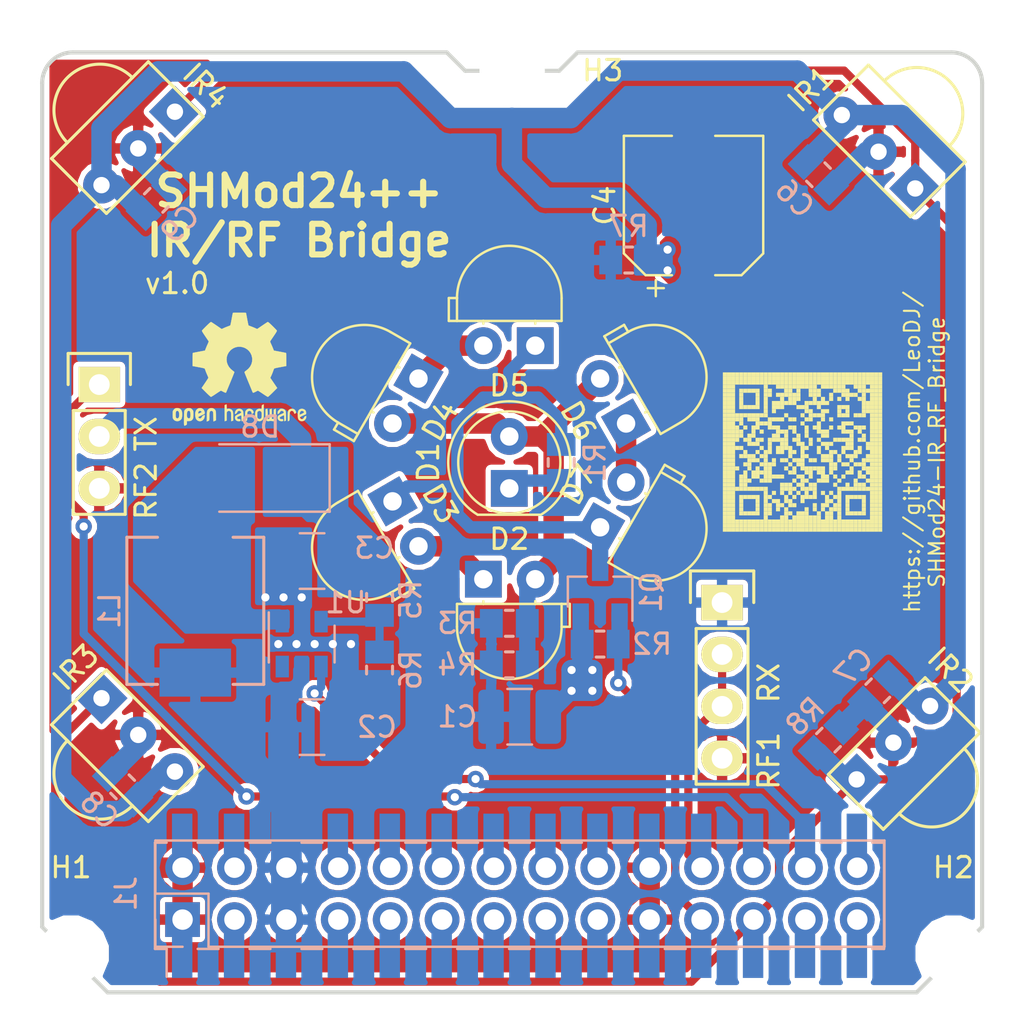
<source format=kicad_pcb>
(kicad_pcb (version 20171130) (host pcbnew "(5.0.2)-1")
  (layers (0 F.Cu signal) (31 B.Cu signal) (34 B.Paste user) (35 F.Paste user) (36 B.SilkS user) (37 F.SilkS user) (38 B.Mask user) (39 F.Mask user) (44 Edge.Cuts user))
  (net 0 "")
  (net 1 GND)
  (net 2 +5V)
  (net 3 VCC)
  (net 4 +3V3)
  (net 5 RX)
  (net 6 TX)
  (net 7 SDA)
  (net 8 SCL)
  (net 9 MISO)
  (net 10 MOSI)
  (net 11 CS)
  (net 12 SCK)
  (net 13 A1)
  (net 14 A0)
  (net 15 A3)
  (net 16 A2)
  (net 17 P03)
  (net 18 P02)
  (net 19 P05)
  (net 20 P04)
  (net 21 P07)
  (net 22 P06)
  (net 23 P10)
  (net 24 P09)
  (net 25 "Net-(D3-Pad1)")
  (net 26 "Net-(D1-Pad2)")
  (net 27 "Net-(D1-Pad1)")
  (net 28 "Net-(D6-Pad1)")
  (net 29 "Net-(D4-Pad1)")
  (net 30 "Net-(D2-Pad1)")
  (net 31 "Net-(U1-Pad6)")
  (net 32 +3V3-filt)
  (net 33 +12V)
  (net 34 "/Boost Converter/SW")
  (net 35 "/Boost Converter/FB")
  (module Symbol:OSHW-Logo2_7.3x6mm_SilkScreen (layer F.Cu) (at 9.652 15.494)
    (fp_text reference LOGO1 hide)
    (fp_text value Logo_Open_Hardware_Small hide)
  )
  (module LeoDJ-kicad:LED_D5.0mm_Horizontal_O1.27mm_Z9.0mm (layer F.Cu) (at 17.145 21.971 300)
    (fp_text reference D3 (at 1.27 -1.96 300) (layer F.SilkS))
    (fp_text value LED)
    (pad 1 thru_hole rect (at 0 0 300) (size 1.8 1.8) (drill 0.9) (layers *.Cu *.Mask) (net 25 "Net-(D3-Pad1)"))
    (pad 2 thru_hole circle (at 2.54 0 300) (size 1.8 1.8) (drill 0.9) (layers *.Cu *.Mask) (net 30 "Net-(D2-Pad1)"))
  )
  (module LeoDJ-kicad:LED_D5.0mm_Horizontal_O1.27mm_Z9.0mm (layer F.Cu) (at 18.415 15.961295 240)
    (fp_text reference D4 (at 1.27 -1.96 240) (layer F.SilkS))
    (fp_text value LED)
    (pad 2 thru_hole circle (at 2.54 0 240) (size 1.8 1.8) (drill 0.9) (layers *.Cu *.Mask) (net 26 "Net-(D1-Pad2)"))
    (pad 1 thru_hole rect (at 0 0 240) (size 1.8 1.8) (drill 0.9) (layers *.Cu *.Mask) (net 29 "Net-(D4-Pad1)"))
  )
  (module LeoDJ-kicad:LED_D5.0mm_Horizontal_O1.27mm_Z9.0mm (layer F.Cu) (at 24.13 14.351 180)
    (fp_text reference D5 (at 1.27 -1.96 180) (layer F.SilkS))
    (fp_text value LED)
    (pad 1 thru_hole rect (at 0 0 180) (size 1.8 1.8) (drill 0.9) (layers *.Cu *.Mask) (net 25 "Net-(D3-Pad1)"))
    (pad 2 thru_hole circle (at 2.54 0 180) (size 1.8 1.8) (drill 0.9) (layers *.Cu *.Mask) (net 29 "Net-(D4-Pad1)"))
  )
  (module LeoDJ-kicad:LED_D5.0mm_Horizontal_O1.27mm_Z9.0mm (layer F.Cu) (at 28.575 18.161 120)
    (fp_text reference D6 (at 1.27 -1.96 120) (layer F.SilkS))
    (fp_text value LED)
    (pad 2 thru_hole circle (at 2.54 0 120) (size 1.8 1.8) (drill 0.9) (layers *.Cu *.Mask) (net 26 "Net-(D1-Pad2)"))
    (pad 1 thru_hole rect (at 0 0 120) (size 1.8 1.8) (drill 0.9) (layers *.Cu *.Mask) (net 28 "Net-(D6-Pad1)"))
  )
  (module LeoDJ-kicad:LED_D5.0mm_Horizontal_O1.27mm_Z9.0mm (layer F.Cu) (at 27.305 23.241 60)
    (fp_text reference D7 (at 1.27 -1.96 60) (layer F.SilkS))
    (fp_text value LED)
    (pad 1 thru_hole rect (at 0 0 60) (size 1.8 1.8) (drill 0.9) (layers *.Cu *.Mask) (net 25 "Net-(D3-Pad1)"))
    (pad 2 thru_hole circle (at 2.54 0 60) (size 1.8 1.8) (drill 0.9) (layers *.Cu *.Mask) (net 28 "Net-(D6-Pad1)"))
  )
  (module LeoDJ-kicad:LED_D5.0mm_Horizontal_O1.27mm_Z9.0mm (layer F.Cu) (at 21.59 25.781)
    (fp_text reference D2 (at 1.27 -1.96) (layer F.SilkS))
    (fp_text value LED)
    (pad 1 thru_hole rect (at 0 0) (size 1.8 1.8) (drill 0.9) (layers *.Cu *.Mask) (net 30 "Net-(D2-Pad1)"))
    (pad 2 thru_hole circle (at 2.54 0) (size 1.8 1.8) (drill 0.9) (layers *.Cu *.Mask) (net 26 "Net-(D1-Pad2)"))
  )
  (module LeoDJ-kicad:QR_Code_SHMod24-IRRF (layer F.Cu) (at 37.211 19.558 90)
    (fp_text reference GR1 hide)
    (fp_text value "QR Code" hide)
  )
  (module MountingHole:MountingHole_3.2mm_M3 (layer F.Cu) (at 23 0.91)
    (fp_text reference H3 (at 4.432 -0.021) (layer F.SilkS))
    (fp_text value MountingHole)
    (pad 1 np_thru_hole circle (at 0 0) (size 3.2 3.2) (drill 3.2) (layers *.Cu *.Mask))
  )
  (module LeoDJ-kicad:R_0805_2012Metric (layer B.Cu) (at 38.481 33.655 45)
    (fp_text reference R8 (at 0 -1.616446 45) (layer B.SilkS) (effects (justify mirror)))
    (fp_text value 47k)
    (pad 1 smd rect (at -0.88 0 45) (size 1.12 1.4) (layers B.Cu B.Paste B.Mask) (net 19 P05))
    (pad 2 smd rect (at 0.88 0 45) (size 1.12 1.4) (layers B.Cu B.Paste B.Mask) (net 1 GND))
  )
  (module LeoDJ-kicad:C_0805_2012Metric (layer B.Cu) (at 40.894 31.242 225)
    (fp_text reference C7 (at 0 1.65 225) (layer B.SilkS) (effects (justify mirror)))
    (fp_text value 100n)
    (pad 2 smd rect (at 0.88 0 225) (size 1.12 1.4) (layers B.Cu B.Paste B.Mask) (net 1 GND))
    (pad 1 smd rect (at -0.88 0 225) (size 1.12 1.4) (layers B.Cu B.Paste B.Mask) (net 32 +3V3-filt))
  )
  (module LeoDJ-kicad:C_0805_2012Metric (layer B.Cu) (at 3.937 35.941 135)
    (fp_text reference C8 (at 0 -1.616446 135) (layer B.SilkS) (effects (justify mirror)))
    (fp_text value 100n)
    (pad 1 smd rect (at -0.88 0 135) (size 1.12 1.4) (layers B.Cu B.Paste B.Mask) (net 32 +3V3-filt))
    (pad 2 smd rect (at 0.88 0 135) (size 1.12 1.4) (layers B.Cu B.Paste B.Mask) (net 1 GND))
  )
  (module LeoDJ-kicad:C_0805_2012Metric (layer B.Cu) (at 5.588 7.239 45)
    (fp_text reference C9 (at 0 1.65 45) (layer B.SilkS) (effects (justify mirror)))
    (fp_text value 100n)
    (pad 2 smd rect (at 0.88 0 45) (size 1.12 1.4) (layers B.Cu B.Paste B.Mask) (net 1 GND))
    (pad 1 smd rect (at -0.88 0 45) (size 1.12 1.4) (layers B.Cu B.Paste B.Mask) (net 32 +3V3-filt))
  )
  (module LeoDJ-kicad:C_0805_2012Metric (layer B.Cu) (at 37.991051 5.987051 315)
    (fp_text reference C6 (at 0 1.65 315) (layer B.SilkS) (effects (justify mirror)))
    (fp_text value 100n)
    (pad 1 smd rect (at -0.88 0 315) (size 1.12 1.4) (layers B.Cu B.Paste B.Mask) (net 32 +3V3-filt))
    (pad 2 smd rect (at 0.88 0 315) (size 1.12 1.4) (layers B.Cu B.Paste B.Mask) (net 1 GND))
  )
  (module Capacitor_SMD:CP_Elec_6.3x5.8 (layer F.Cu) (at 31.877 7.493 90)
    (fp_text reference C4 (at 0 -4.35 90) (layer F.SilkS))
    (fp_text value 100u)
    (pad 2 smd roundrect (at 2.7 0 90) (size 3.5 1.6) (layers F.Cu F.Paste F.Mask) (roundrect_rratio 0.15625) (net 1 GND))
    (pad 1 smd roundrect (at -2.7 0 90) (size 3.5 1.6) (layers F.Cu F.Paste F.Mask) (roundrect_rratio 0.15625) (net 32 +3V3-filt))
  )
  (module Capacitor_SMD:C_1210_3225Metric (layer B.Cu) (at 13.208 33.02)
    (fp_text reference C2 (at 3.175 0) (layer B.SilkS) (effects (justify mirror)))
    (fp_text value 22u)
    (pad 2 smd roundrect (at 1.4 0) (size 1.25 2.65) (layers B.Cu B.Paste B.Mask) (roundrect_rratio 0.2) (net 1 GND))
    (pad 1 smd roundrect (at -1.4 0) (size 1.25 2.65) (layers B.Cu B.Paste B.Mask) (roundrect_rratio 0.2) (net 4 +3V3))
  )
  (module Capacitor_SMD:C_1210_3225Metric (layer B.Cu) (at 13.208 24.892 180)
    (fp_text reference C3 (at -3.048 0.635 180) (layer B.SilkS) (effects (justify mirror)))
    (fp_text value 22u)
    (pad 1 smd roundrect (at -1.4 0 180) (size 1.25 2.65) (layers B.Cu B.Paste B.Mask) (roundrect_rratio 0.2) (net 33 +12V))
    (pad 2 smd roundrect (at 1.4 0 180) (size 1.25 2.65) (layers B.Cu B.Paste B.Mask) (roundrect_rratio 0.2) (net 1 GND))
  )
  (module Diode_SMD:D_SMA (layer B.Cu) (at 10.668 20.828 180)
    (fp_text reference D8 (at 0 2.5 180) (layer B.SilkS) (effects (justify mirror)))
    (fp_text value D)
    (pad 1 smd rect (at -2 0 180) (size 2.5 1.8) (layers B.Cu B.Paste B.Mask) (net 33 +12V))
    (pad 2 smd rect (at 2 0 180) (size 2.5 1.8) (layers B.Cu B.Paste B.Mask) (net 34 "/Boost Converter/SW"))
  )
  (module LeoDJ-kicad:L_0630 (layer B.Cu) (at 7.493 27.328 90)
    (fp_text reference L1 (at 0 -4.193 90) (layer B.SilkS) (effects (justify mirror)))
    (fp_text value 4u7)
    (pad 2 smd rect (at 3.025 0 90) (size 2.35 3.5) (layers B.Cu B.Paste B.Mask) (net 34 "/Boost Converter/SW"))
    (pad 1 smd rect (at -3.025 0 90) (size 2.35 3.5) (layers B.Cu B.Paste B.Mask) (net 4 +3V3))
  )
  (module LeoDJ-kicad:R_0805_2012Metric (layer B.Cu) (at 28.702 10.16 180)
    (fp_text reference R7 (at 0 1.65 180) (layer B.SilkS) (effects (justify mirror)))
    (fp_text value 100)
    (pad 1 smd rect (at -0.88 0 180) (size 1.12 1.4) (layers B.Cu B.Paste B.Mask) (net 32 +3V3-filt))
    (pad 2 smd rect (at 0.88 0 180) (size 1.12 1.4) (layers B.Cu B.Paste B.Mask) (net 4 +3V3))
  )
  (module LeoDJ-kicad:R_0805_2012Metric (layer B.Cu) (at 16.51 26.67 270)
    (fp_text reference R5 (at 0.127 -1.524 270) (layer B.SilkS) (effects (justify mirror)))
    (fp_text value 180k)
    (pad 2 smd rect (at 0.88 0 270) (size 1.12 1.4) (layers B.Cu B.Paste B.Mask) (net 35 "/Boost Converter/FB"))
    (pad 1 smd rect (at -0.88 0 270) (size 1.12 1.4) (layers B.Cu B.Paste B.Mask) (net 33 +12V))
  )
  (module LeoDJ-kicad:R_0805_2012Metric (layer B.Cu) (at 16.51 30.226 270)
    (fp_text reference R6 (at 0 -1.524 270) (layer B.SilkS) (effects (justify mirror)))
    (fp_text value 10k)
    (pad 1 smd rect (at -0.88 0 270) (size 1.12 1.4) (layers B.Cu B.Paste B.Mask) (net 35 "/Boost Converter/FB"))
    (pad 2 smd rect (at 0.88 0 270) (size 1.12 1.4) (layers B.Cu B.Paste B.Mask) (net 1 GND))
  )
  (module Package_TO_SOT_SMD:SOT-23-6 (layer B.Cu) (at 12.7 28.956 270)
    (fp_text reference U1 (at -2.032 -2.159) (layer B.SilkS) (effects (justify mirror)))
    (fp_text value MT3608)
    (pad 1 smd rect (at -1.1 0.95 270) (size 1.06 0.65) (layers B.Cu B.Paste B.Mask) (net 34 "/Boost Converter/SW"))
    (pad 2 smd rect (at -1.1 0 270) (size 1.06 0.65) (layers B.Cu B.Paste B.Mask) (net 1 GND))
    (pad 3 smd rect (at -1.1 -0.95 270) (size 1.06 0.65) (layers B.Cu B.Paste B.Mask) (net 35 "/Boost Converter/FB"))
    (pad 4 smd rect (at 1.1 -0.95 270) (size 1.06 0.65) (layers B.Cu B.Paste B.Mask) (net 22 P06))
    (pad 6 smd rect (at 1.1 0.95 270) (size 1.06 0.65) (layers B.Cu B.Paste B.Mask) (net 31 "Net-(U1-Pad6)"))
    (pad 5 smd rect (at 1.1 0 270) (size 1.06 0.65) (layers B.Cu B.Paste B.Mask) (net 4 +3V3))
  )
  (module LeoDJ-kicad:RF_Receiver_433_MHz (layer F.Cu) (at 33.298229 31.984707 270)
    (fp_text reference RF1 (at 2.686293 -2.261771 270) (layer F.SilkS))
    (fp_text value RF_Receiver_433_MHz)
    (pad 1 thru_hole rect (at -5.060707 0.024229) (size 2.032 1.7272) (drill 1.016) (layers *.Cu *.Mask F.SilkS) (net 4 +3V3))
    (pad 2 thru_hole oval (at -2.520707 0.024229) (size 2.032 1.7272) (drill 1.016) (layers *.Cu *.Mask F.SilkS) (net 18 P02))
    (pad 3 thru_hole oval (at 0.019293 0.024229) (size 2.032 1.7272) (drill 1.016) (layers *.Cu *.Mask F.SilkS) (net 18 P02))
    (pad 4 thru_hole oval (at 2.559293 0.024229) (size 2.032 1.7272) (drill 1.016) (layers *.Cu *.Mask F.SilkS) (net 1 GND))
  )
  (module LeoDJ-kicad:RF_Transmitter_433_MHz (layer F.Cu) (at 2.794 18.796 270)
    (fp_text reference RF2 (at 2.667 -2.286 270) (layer F.SilkS))
    (fp_text value RF_Transmitter_433_MHz)
    (pad 1 thru_hole rect (at -2.54 0) (size 2.032 1.7272) (drill 1.016) (layers *.Cu *.Mask F.SilkS) (net 20 P04))
    (pad 2 thru_hole oval (at 0 0) (size 2.032 1.7272) (drill 1.016) (layers *.Cu *.Mask F.SilkS) (net 33 +12V))
    (pad 3 thru_hole oval (at 2.54 0) (size 2.032 1.7272) (drill 1.016) (layers *.Cu *.Mask F.SilkS) (net 1 GND))
  )
  (module LeoDJ-kicad:VS1838b (layer F.Cu) (at 41.656 33.782 135)
    (fp_text reference IR2 (at 0.538815 4.490128 135) (layer F.SilkS))
    (fp_text value VS1838b)
    (pad 1 thru_hole rect (at 0 -2.54 135) (size 1.8 1.8) (drill 0.8) (layers *.Cu *.Mask) (net 19 P05))
    (pad 2 thru_hole circle (at 0 0 135) (size 1.8 1.8) (drill 0.8) (layers *.Cu *.Mask) (net 1 GND))
    (pad 3 thru_hole circle (at 0 2.54 135) (size 1.8 1.8) (drill 0.8) (layers *.Cu *.Mask) (net 32 +3V3-filt))
  )
  (module LeoDJ-kicad:VS1838b (layer F.Cu) (at 4.699 33.401 45)
    (fp_text reference IR3 (at 0.179605 -4.490128 45) (layer F.SilkS))
    (fp_text value VS1838b)
    (pad 3 thru_hole circle (at 0 2.54 45) (size 1.8 1.8) (drill 0.8) (layers *.Cu *.Mask) (net 32 +3V3-filt))
    (pad 2 thru_hole circle (at 0 0 45) (size 1.8 1.8) (drill 0.8) (layers *.Cu *.Mask) (net 1 GND))
    (pad 1 thru_hole rect (at 0 -2.54 45) (size 1.8 1.8) (drill 0.8) (layers *.Cu *.Mask) (net 19 P05))
  )
  (module LeoDJ-kicad:VS1838b (layer F.Cu) (at 4.699 4.699 315)
    (fp_text reference IR4 (at 0.179605 -4.490128 315) (layer F.SilkS))
    (fp_text value VS1838b)
    (pad 1 thru_hole rect (at 0 -2.54 315) (size 1.8 1.8) (drill 0.8) (layers *.Cu *.Mask) (net 19 P05))
    (pad 2 thru_hole circle (at 0 0 315) (size 1.8 1.8) (drill 0.8) (layers *.Cu *.Mask) (net 1 GND))
    (pad 3 thru_hole circle (at 0 2.54 315) (size 1.8 1.8) (drill 0.8) (layers *.Cu *.Mask) (net 32 +3V3-filt))
  )
  (module LeoDJ-kicad:VS1838b (layer F.Cu) (at 40.930102 4.862102 225)
    (fp_text reference IR1 (at 0.179605 4.515656 225) (layer F.SilkS))
    (fp_text value VS1838b)
    (pad 1 thru_hole rect (at 0 -2.54 225) (size 1.8 1.8) (drill 0.8) (layers *.Cu *.Mask) (net 19 P05))
    (pad 2 thru_hole circle (at 0 0 225) (size 1.8 1.8) (drill 0.8) (layers *.Cu *.Mask) (net 1 GND))
    (pad 3 thru_hole circle (at 0 2.54 225) (size 1.8 1.8) (drill 0.8) (layers *.Cu *.Mask) (net 32 +3V3-filt))
  )
  (module Capacitor_SMD:C_1210_3225Metric (layer B.Cu) (at 23.368 32.512)
    (fp_text reference C1 (at -3.048 0) (layer B.SilkS) (effects (justify mirror)))
    (fp_text value 22u)
    (pad 1 smd roundrect (at -1.4 0) (size 1.25 2.65) (layers B.Cu B.Paste B.Mask) (roundrect_rratio 0.2) (net 4 +3V3))
    (pad 2 smd roundrect (at 1.4 0) (size 1.25 2.65) (layers B.Cu B.Paste B.Mask) (roundrect_rratio 0.2) (net 1 GND))
  )
  (module LED_THT:LED_D5.0mm_IRBlack (layer F.Cu) (at 22.86 21.336 90)
    (fp_text reference D1 (at 1.27 -3.96 90) (layer F.SilkS))
    (fp_text value LED)
    (pad 1 thru_hole rect (at 0 0 90) (size 1.8 1.8) (drill 0.9) (layers *.Cu *.Mask) (net 27 "Net-(D1-Pad1)"))
    (pad 2 thru_hole circle (at 2.54 0 90) (size 1.8 1.8) (drill 0.9) (layers *.Cu *.Mask) (net 26 "Net-(D1-Pad2)"))
  )
  (module LeoDJ-kicad:R_0805_2012Metric (layer B.Cu) (at 25.4 20.066 90)
    (fp_text reference R1 (at 0 1.65 90) (layer B.SilkS) (effects (justify mirror)))
    (fp_text value R)
    (pad 2 smd rect (at 0.88 0 90) (size 1.12 1.4) (layers B.Cu B.Paste B.Mask) (net 25 "Net-(D3-Pad1)"))
    (pad 1 smd rect (at -0.88 0 90) (size 1.12 1.4) (layers B.Cu B.Paste B.Mask) (net 27 "Net-(D1-Pad1)"))
  )
  (module LeoDJ-kicad:R_0805_2012Metric (layer B.Cu) (at 27.305 28.956 180)
    (fp_text reference R2 (at -2.54 0 180) (layer B.SilkS) (effects (justify mirror)))
    (fp_text value 10k)
    (pad 1 smd rect (at -0.88 0 180) (size 1.12 1.4) (layers B.Cu B.Paste B.Mask) (net 17 P03))
    (pad 2 smd rect (at 0.88 0 180) (size 1.12 1.4) (layers B.Cu B.Paste B.Mask) (net 1 GND))
  )
  (module LeoDJ-kicad:R_0805_2012Metric (layer B.Cu) (at 22.86 27.94)
    (fp_text reference R3 (at -2.54 0) (layer B.SilkS) (effects (justify mirror)))
    (fp_text value 2)
    (pad 2 smd rect (at 0.88 0) (size 1.12 1.4) (layers B.Cu B.Paste B.Mask) (net 26 "Net-(D1-Pad2)"))
    (pad 1 smd rect (at -0.88 0) (size 1.12 1.4) (layers B.Cu B.Paste B.Mask) (net 4 +3V3))
  )
  (module LeoDJ-kicad:R_0805_2012Metric (layer B.Cu) (at 22.86 29.972)
    (fp_text reference R4 (at -2.54 0) (layer B.SilkS) (effects (justify mirror)))
    (fp_text value 2)
    (pad 1 smd rect (at -0.88 0) (size 1.12 1.4) (layers B.Cu B.Paste B.Mask) (net 4 +3V3))
    (pad 2 smd rect (at 0.88 0) (size 1.12 1.4) (layers B.Cu B.Paste B.Mask) (net 26 "Net-(D1-Pad2)"))
  )
  (module Package_TO_SOT_SMD:SOT-23 (layer B.Cu) (at 27.305 26.416 90)
    (fp_text reference Q1 (at 0 2.5 90) (layer B.SilkS) (effects (justify mirror)))
    (fp_text value AO3400A)
    (pad 1 smd rect (at -1 0.95 90) (size 0.9 0.8) (layers B.Cu B.Paste B.Mask) (net 17 P03))
    (pad 2 smd rect (at -1 -0.95 90) (size 0.9 0.8) (layers B.Cu B.Paste B.Mask) (net 1 GND))
    (pad 3 smd rect (at 1 0 90) (size 0.9 0.8) (layers B.Cu B.Paste B.Mask) (net 25 "Net-(D3-Pad1)"))
  )
  (module Connector_PinSocket_2.54mm:PinSocket_2x14_P2.54mm_Vertical_SMD (layer B.Cu) (at 23.36 41.275 270)
    (fp_text reference J2 hide)
    (fp_text value Conn_02x14_Odd_Even)
    (pad 28 smd rect (at -2.52 -16.51 270) (size 3 1) (layers B.Cu B.Paste B.Mask) (net 24 P09))
    (pad 27 smd rect (at 2.52 -16.51 270) (size 3 1) (layers B.Cu B.Paste B.Mask) (net 23 P10))
    (pad 26 smd rect (at -2.52 -13.97 270) (size 3 1) (layers B.Cu B.Paste B.Mask) (net 22 P06))
    (pad 25 smd rect (at 2.52 -13.97 270) (size 3 1) (layers B.Cu B.Paste B.Mask) (net 21 P07))
    (pad 24 smd rect (at -2.52 -11.43 270) (size 3 1) (layers B.Cu B.Paste B.Mask) (net 20 P04))
    (pad 23 smd rect (at 2.52 -11.43 270) (size 3 1) (layers B.Cu B.Paste B.Mask) (net 19 P05))
    (pad 22 smd rect (at -2.52 -8.89 270) (size 3 1) (layers B.Cu B.Paste B.Mask) (net 18 P02))
    (pad 21 smd rect (at 2.52 -8.89 270) (size 3 1) (layers B.Cu B.Paste B.Mask) (net 17 P03))
    (pad 20 smd rect (at -2.52 -6.35 270) (size 3 1) (layers B.Cu B.Paste B.Mask) (net 1 GND))
    (pad 19 smd rect (at 2.52 -6.35 270) (size 3 1) (layers B.Cu B.Paste B.Mask) (net 1 GND))
    (pad 18 smd rect (at -2.52 -3.81 270) (size 3 1) (layers B.Cu B.Paste B.Mask) (net 16 A2))
    (pad 17 smd rect (at 2.52 -3.81 270) (size 3 1) (layers B.Cu B.Paste B.Mask) (net 15 A3))
    (pad 16 smd rect (at -2.52 -1.27 270) (size 3 1) (layers B.Cu B.Paste B.Mask) (net 14 A0))
    (pad 15 smd rect (at 2.52 -1.27 270) (size 3 1) (layers B.Cu B.Paste B.Mask) (net 13 A1))
    (pad 14 smd rect (at -2.52 1.27 270) (size 3 1) (layers B.Cu B.Paste B.Mask) (net 12 SCK))
    (pad 13 smd rect (at 2.52 1.27 270) (size 3 1) (layers B.Cu B.Paste B.Mask) (net 11 CS))
    (pad 12 smd rect (at -2.52 3.81 270) (size 3 1) (layers B.Cu B.Paste B.Mask) (net 10 MOSI))
    (pad 11 smd rect (at 2.52 3.81 270) (size 3 1) (layers B.Cu B.Paste B.Mask) (net 9 MISO))
    (pad 10 smd rect (at -2.52 6.35 270) (size 3 1) (layers B.Cu B.Paste B.Mask) (net 8 SCL))
    (pad 9 smd rect (at 2.52 6.35 270) (size 3 1) (layers B.Cu B.Paste B.Mask) (net 7 SDA))
    (pad 8 smd rect (at -2.52 8.89 270) (size 3 1) (layers B.Cu B.Paste B.Mask) (net 6 TX))
    (pad 7 smd rect (at 2.52 8.89 270) (size 3 1) (layers B.Cu B.Paste B.Mask) (net 5 RX))
    (pad 6 smd rect (at -2.52 11.43 270) (size 3 1) (layers B.Cu B.Paste B.Mask) (net 4 +3V3))
    (pad 5 smd rect (at 2.52 11.43 270) (size 3 1) (layers B.Cu B.Paste B.Mask) (net 4 +3V3))
    (pad 4 smd rect (at -2.52 13.97 270) (size 3 1) (layers B.Cu B.Paste B.Mask) (net 3 VCC))
    (pad 3 smd rect (at 2.52 13.97 270) (size 3 1) (layers B.Cu B.Paste B.Mask) (net 2 +5V))
    (pad 2 smd rect (at -2.52 16.51 270) (size 3 1) (layers B.Cu B.Paste B.Mask) (net 1 GND))
    (pad 1 smd rect (at 2.52 16.51 270) (size 3 1) (layers B.Cu B.Paste B.Mask) (net 1 GND))
  )
  (module LeoDJ-kicad:PinSocket_2x14_P2.54mm_Vertical (layer B.Cu) (at 23.38 41.17 270)
    (fp_text reference J1 (at 0 19.28 270) (layer B.SilkS) (effects (justify mirror)))
    (fp_text value Conn_02x14_Odd_Even)
    (pad 28 thru_hole oval (at -1.27 -16.51 270) (size 1.7 1.7) (drill 1) (layers *.Cu *.Mask) (net 24 P09))
    (pad 27 thru_hole oval (at 1.27 -16.51 270) (size 1.7 1.7) (drill 1) (layers *.Cu *.Mask) (net 23 P10))
    (pad 26 thru_hole oval (at -1.27 -13.97 270) (size 1.7 1.7) (drill 1) (layers *.Cu *.Mask) (net 22 P06))
    (pad 25 thru_hole oval (at 1.27 -13.97 270) (size 1.7 1.7) (drill 1) (layers *.Cu *.Mask) (net 21 P07))
    (pad 24 thru_hole oval (at -1.27 -11.43 270) (size 1.7 1.7) (drill 1) (layers *.Cu *.Mask) (net 20 P04))
    (pad 23 thru_hole oval (at 1.27 -11.43 270) (size 1.7 1.7) (drill 1) (layers *.Cu *.Mask) (net 19 P05))
    (pad 22 thru_hole oval (at -1.27 -8.89 270) (size 1.7 1.7) (drill 1) (layers *.Cu *.Mask) (net 18 P02))
    (pad 21 thru_hole oval (at 1.27 -8.89 270) (size 1.7 1.7) (drill 1) (layers *.Cu *.Mask) (net 17 P03))
    (pad 20 thru_hole oval (at -1.27 -6.35 270) (size 1.7 1.7) (drill 1) (layers *.Cu *.Mask) (net 1 GND))
    (pad 19 thru_hole oval (at 1.27 -6.35 270) (size 1.7 1.7) (drill 1) (layers *.Cu *.Mask) (net 1 GND))
    (pad 18 thru_hole oval (at -1.27 -3.81 270) (size 1.7 1.7) (drill 1) (layers *.Cu *.Mask) (net 16 A2))
    (pad 17 thru_hole oval (at 1.27 -3.81 270) (size 1.7 1.7) (drill 1) (layers *.Cu *.Mask) (net 15 A3))
    (pad 16 thru_hole oval (at -1.27 -1.27 270) (size 1.7 1.7) (drill 1) (layers *.Cu *.Mask) (net 14 A0))
    (pad 15 thru_hole oval (at 1.27 -1.27 270) (size 1.7 1.7) (drill 1) (layers *.Cu *.Mask) (net 13 A1))
    (pad 14 thru_hole oval (at -1.27 1.27 270) (size 1.7 1.7) (drill 1) (layers *.Cu *.Mask) (net 12 SCK))
    (pad 13 thru_hole oval (at 1.27 1.27 270) (size 1.7 1.7) (drill 1) (layers *.Cu *.Mask) (net 11 CS))
    (pad 12 thru_hole oval (at -1.27 3.81 270) (size 1.7 1.7) (drill 1) (layers *.Cu *.Mask) (net 10 MOSI))
    (pad 11 thru_hole oval (at 1.27 3.81 270) (size 1.7 1.7) (drill 1) (layers *.Cu *.Mask) (net 9 MISO))
    (pad 10 thru_hole oval (at -1.27 6.35 270) (size 1.7 1.7) (drill 1) (layers *.Cu *.Mask) (net 8 SCL))
    (pad 9 thru_hole oval (at 1.27 6.35 270) (size 1.7 1.7) (drill 1) (layers *.Cu *.Mask) (net 7 SDA))
    (pad 8 thru_hole oval (at -1.27 8.89 270) (size 1.7 1.7) (drill 1) (layers *.Cu *.Mask) (net 6 TX))
    (pad 7 thru_hole oval (at 1.27 8.89 270) (size 1.7 1.7) (drill 1) (layers *.Cu *.Mask) (net 5 RX))
    (pad 6 thru_hole oval (at -1.27 11.43 270) (size 1.7 1.7) (drill 1) (layers *.Cu *.Mask) (net 4 +3V3))
    (pad 5 thru_hole oval (at 1.27 11.43 270) (size 1.7 1.7) (drill 1) (layers *.Cu *.Mask) (net 4 +3V3))
    (pad 4 thru_hole oval (at -1.27 13.97 270) (size 1.7 1.7) (drill 1) (layers *.Cu *.Mask) (net 3 VCC))
    (pad 3 thru_hole oval (at 1.27 13.97 270) (size 1.7 1.7) (drill 1) (layers *.Cu *.Mask) (net 2 +5V))
    (pad 2 thru_hole oval (at -1.27 16.51 270) (size 1.7 1.7) (drill 1) (layers *.Cu *.Mask) (net 1 GND))
    (pad 1 thru_hole rect (at 1.27 16.51 270) (size 1.7 1.7) (drill 1) (layers *.Cu *.Mask) (net 1 GND))
  )
  (module MountingHole:MountingHole_3.2mm_M3 (layer F.Cu) (at 44.59 44.09)
    (fp_text reference H2 (at 0 -4.2) (layer F.SilkS))
    (fp_text value MountingHole)
    (pad 1 np_thru_hole circle (at 0 0) (size 3.2 3.2) (drill 3.2) (layers *.Cu *.Mask))
  )
  (module MountingHole:MountingHole_3.2mm_M3 (layer F.Cu) (at 1.41 44.09)
    (fp_text reference H1 (at 0 -4.2) (layer F.SilkS))
    (fp_text value MountingHole)
    (pad 1 np_thru_hole circle (at 0 0) (size 3.2 3.2) (drill 3.2) (layers *.Cu *.Mask))
  )
  (gr_arc (start 44.5 1.5) (end 46 1.5) (angle -90) (layer Edge.Cuts) (width 0.2))
  (gr_arc (start 1.5 1.5) (end 1.5 0) (angle -90) (layer Edge.Cuts) (width 0.2))
  (gr_text "https://github.com/LeoDJ/\nSHMod24-IR_RF_Bridge" (at 43.18 19.558 90) (layer F.SilkS) (effects (font (size 0.75 0.75) (thickness 0.1))))
  (gr_text v1.0 (at 6.604 11.303) (layer F.SilkS) (effects (font (size 1 1))))
  (gr_text "SHMod24++\nIR/RF Bridge" (at 12.573 8.001) (layer F.SilkS) (effects (font (size 1.5 1.5) (thickness 0.3))))
  (gr_text RX (at 35.56 30.861 90) (layer F.SilkS) (effects (font (size 1 1))))
  (gr_text TX (at 5.08 18.669 90) (layer F.SilkS) (effects (font (size 1 1))))
  (gr_line (start 26.2 0) (end 44.5 0) (layer Edge.Cuts) (width 0.2))
  (gr_line (start 19.8 0) (end 20.7 0.9) (layer Edge.Cuts) (width 0.2))
  (gr_line (start 25.3 0.9) (end 26.2 0) (layer Edge.Cuts) (width 0.2))
  (gr_line (start 20.7 0.9) (end 25.3 0.9) (layer Edge.Cuts) (width 0.2))
  (gr_line (start 46 42.8) (end 42.8 46) (layer Edge.Cuts) (width 0.2))
  (gr_line (start 0 42.8) (end 0 1.5) (layer Edge.Cuts) (width 0.2))
  (gr_line (start 3.2 46) (end 0 42.8) (layer Edge.Cuts) (width 0.2))
  (gr_line (start 42.8 46) (end 3.2 46) (layer Edge.Cuts) (width 0.2))
  (gr_line (start 46 1.5) (end 46 42.8) (layer Edge.Cuts) (width 0.2))
  (gr_line (start 1.5 0) (end 19.8 0) (layer Edge.Cuts) (width 0.2))
  (segment (start 26.355 28.886) (end 26.425 28.956) (width 0.8) (layer B.Cu) (net 1))
  (segment (start 26.355 27.416) (end 26.355 28.886) (width 0.8) (layer B.Cu) (net 1))
  (via (at 25.908 30.226) (size 0.8) (drill 0.4) (layers F.Cu B.Cu) (net 1))
  (via (at 26.924 30.226) (size 0.8) (drill 0.4) (layers F.Cu B.Cu) (net 1))
  (via (at 25.908 31.242) (size 0.8) (drill 0.4) (layers F.Cu B.Cu) (net 1))
  (via (at 26.924 31.242) (size 0.8) (drill 0.4) (layers F.Cu B.Cu) (net 1))
  (segment (start 25.908 31.242) (end 25.908 30.226) (width 1) (layer B.Cu) (net 1))
  (segment (start 26.924 31.242) (end 26.924 30.226) (width 1) (layer B.Cu) (net 1))
  (segment (start 26.425 30.217) (end 26.416 30.226) (width 1) (layer B.Cu) (net 1))
  (segment (start 26.425 28.956) (end 26.425 30.217) (width 1) (layer B.Cu) (net 1))
  (segment (start 26.924 30.226) (end 26.416 30.226) (width 1) (layer B.Cu) (net 1))
  (segment (start 26.416 30.226) (end 25.908 30.226) (width 1) (layer B.Cu) (net 1))
  (segment (start 25.908 31.242) (end 26.924 31.242) (width 1) (layer B.Cu) (net 1))
  (segment (start 24.768 32.382) (end 25.908 31.242) (width 0.8) (layer B.Cu) (net 1))
  (segment (start 24.768 32.512) (end 24.768 32.382) (width 0.8) (layer B.Cu) (net 1))
  (via (at 11.557 28.956) (size 0.7) (drill 0.4) (layers F.Cu B.Cu) (net 1))
  (via (at 12.446 28.956) (size 0.7) (drill 0.4) (layers F.Cu B.Cu) (net 1))
  (via (at 13.335 28.956) (size 0.7) (drill 0.4) (layers F.Cu B.Cu) (net 1))
  (via (at 14.224 28.956) (size 0.7) (drill 0.4) (layers F.Cu B.Cu) (net 1))
  (via (at 15.113 28.956) (size 0.8) (drill 0.4) (layers F.Cu B.Cu) (net 1))
  (via (at 12.7 26.67) (size 0.8) (drill 0.4) (layers F.Cu B.Cu) (net 1))
  (via (at 11.811 26.67) (size 0.8) (drill 0.4) (layers F.Cu B.Cu) (net 1))
  (via (at 10.922 26.67) (size 0.8) (drill 0.4) (layers F.Cu B.Cu) (net 1))
  (segment (start 29.73 42.44) (end 29.73 39.9) (width 1) (layer F.Cu) (net 1))
  (segment (start 29.73 38.239) (end 27.813 36.322) (width 1) (layer F.Cu) (net 1))
  (segment (start 29.73 39.9) (end 29.73 38.239) (width 1) (layer F.Cu) (net 1))
  (segment (start 6.87 42.44) (end 6.87 39.9) (width 1) (layer F.Cu) (net 1))
  (segment (start 6.87 38.697919) (end 6.858 38.685919) (width 1) (layer F.Cu) (net 1))
  (segment (start 6.87 39.9) (end 6.87 38.697919) (width 1) (layer F.Cu) (net 1))
  (segment (start 5.667919 39.9) (end 5.645919 39.878) (width 1) (layer F.Cu) (net 1))
  (segment (start 6.87 39.9) (end 5.667919 39.9) (width 1) (layer F.Cu) (net 1))
  (segment (start 4.699 5.105492) (end 6.210254 6.616746) (width 1) (layer B.Cu) (net 1))
  (segment (start 4.699 4.699) (end 4.699 5.105492) (width 1) (layer B.Cu) (net 1))
  (segment (start 40.360508 4.862102) (end 38.613305 6.609305) (width 1) (layer B.Cu) (net 1))
  (segment (start 40.930102 4.862102) (end 40.360508 4.862102) (width 1) (layer B.Cu) (net 1))
  (segment (start 4.699 33.934492) (end 3.314746 35.318746) (width 1) (layer B.Cu) (net 1))
  (segment (start 4.699 33.401) (end 4.699 33.934492) (width 1) (layer B.Cu) (net 1))
  (segment (start 41.656 33.248508) (end 40.271746 31.864254) (width 1) (layer B.Cu) (net 1))
  (segment (start 41.656 33.782) (end 41.656 33.248508) (width 1) (layer B.Cu) (net 1))
  (segment (start 39.103254 33.032746) (end 40.271746 31.864254) (width 1) (layer B.Cu) (net 1))
  (segment (start 21.968 29.984) (end 21.98 29.972) (width 0.8) (layer B.Cu) (net 4))
  (segment (start 11.95 39.9) (end 11.95 42.44) (width 1.5) (layer B.Cu) (net 4))
  (segment (start 11.95 39.9) (end 11.95 35.699) (width 1.5) (layer B.Cu) (net 4))
  (segment (start 11.808 35.557) (end 11.808 33.02) (width 1.5) (layer B.Cu) (net 4))
  (segment (start 11.95 35.699) (end 11.808 35.557) (width 1.5) (layer B.Cu) (net 4))
  (segment (start 28.255 28.886) (end 28.185 28.956) (width 0.8) (layer B.Cu) (net 17))
  (segment (start 28.255 27.416) (end 28.255 28.886) (width 0.8) (layer B.Cu) (net 17))
  (via (at 28.194 30.861) (size 0.8) (drill 0.4) (layers F.Cu B.Cu) (net 17))
  (segment (start 30.980001 33.647001) (end 28.194 30.861) (width 0.4) (layer F.Cu) (net 17))
  (segment (start 32.27 42.44) (end 30.980001 41.150001) (width 0.4) (layer F.Cu) (net 17))
  (segment (start 30.980001 41.150001) (end 30.980001 33.647001) (width 0.4) (layer F.Cu) (net 17))
  (segment (start 28.194 28.965) (end 28.185 28.956) (width 0.4) (layer B.Cu) (net 17))
  (segment (start 28.194 30.861) (end 28.194 28.965) (width 0.4) (layer B.Cu) (net 17))
  (segment (start 33.274 29.464) (end 33.274 32.004) (width 0.4) (layer F.Cu) (net 18))
  (segment (start 33.1216 32.004) (end 33.274 32.004) (width 0.4) (layer F.Cu) (net 18))
  (segment (start 31.623 33.5026) (end 33.1216 32.004) (width 0.4) (layer F.Cu) (net 18))
  (segment (start 32.27 39.9) (end 31.623 39.253) (width 0.4) (layer F.Cu) (net 18))
  (segment (start 31.623 39.253) (end 31.623 33.5026) (width 0.4) (layer F.Cu) (net 18))
  (segment (start 41.232741 35.578051) (end 39.859949 35.578051) (width 0.4) (layer F.Cu) (net 19))
  (segment (start 41.783951 35.578051) (end 41.232741 35.578051) (width 0.4) (layer F.Cu) (net 19))
  (segment (start 44.752052 32.60995) (end 41.783951 35.578051) (width 0.4) (layer F.Cu) (net 19))
  (segment (start 44.752052 8.684052) (end 44.752052 32.60995) (width 0.4) (layer F.Cu) (net 19))
  (segment (start 42.726153 6.658153) (end 44.752052 8.684052) (width 0.4) (layer F.Cu) (net 19))
  (segment (start 35.659999 41.590001) (end 34.81 42.44) (width 0.4) (layer F.Cu) (net 19))
  (segment (start 36.060001 41.189999) (end 35.659999 41.590001) (width 0.4) (layer F.Cu) (net 19))
  (segment (start 36.060001 39.377999) (end 36.060001 41.189999) (width 0.4) (layer F.Cu) (net 19))
  (segment (start 39.859949 35.578051) (end 36.060001 39.377999) (width 0.4) (layer F.Cu) (net 19))
  (segment (start 2.902949 31.604949) (end 0.635 33.872898) (width 0.4) (layer F.Cu) (net 19))
  (segment (start 0.635 33.872898) (end 0.635 40.386) (width 0.4) (layer F.Cu) (net 19))
  (segment (start 33.960001 43.289999) (end 34.81 42.44) (width 0.4) (layer F.Cu) (net 19))
  (segment (start 31.772991 45.477009) (end 33.960001 43.289999) (width 0.4) (layer F.Cu) (net 19))
  (segment (start 5.757011 45.477009) (end 31.772991 45.477009) (width 0.4) (layer F.Cu) (net 19))
  (segment (start 0.666002 40.386) (end 5.757011 45.477009) (width 0.4) (layer F.Cu) (net 19))
  (segment (start 0.635 40.386) (end 0.666002 40.386) (width 0.4) (layer F.Cu) (net 19))
  (segment (start 42.726153 5.285361) (end 42.726153 6.658153) (width 0.4) (layer F.Cu) (net 19))
  (segment (start 42.726153 4.372153) (end 42.726153 5.285361) (width 0.4) (layer F.Cu) (net 19))
  (segment (start 39.243 0.889) (end 42.726153 4.372153) (width 0.4) (layer F.Cu) (net 19))
  (segment (start 8.509 0.889) (end 17.671051 0.889) (width 0.4) (layer F.Cu) (net 19))
  (segment (start 17.671051 0.889) (end 19.957051 3.175) (width 0.4) (layer F.Cu) (net 19))
  (segment (start 19.957051 3.175) (end 25.908 3.175) (width 0.4) (layer F.Cu) (net 19))
  (segment (start 6.495051 2.902949) (end 8.509 0.889) (width 0.4) (layer F.Cu) (net 19))
  (segment (start 25.908 3.175) (end 28.194 0.889) (width 0.4) (layer F.Cu) (net 19))
  (segment (start 28.194 0.889) (end 39.243 0.889) (width 0.4) (layer F.Cu) (net 19))
  (segment (start 39.278051 35.578051) (end 39.859949 35.578051) (width 1) (layer B.Cu) (net 19))
  (segment (start 37.858746 34.277254) (end 37.977254 34.277254) (width 1) (layer B.Cu) (net 19))
  (segment (start 37.977254 34.277254) (end 39.278051 35.578051) (width 1) (layer B.Cu) (net 19))
  (segment (start 2.794 29.21) (end 9.99801 36.41401) (width 0.4) (layer B.Cu) (net 20))
  (via (at 9.99801 36.41401) (size 0.8) (drill 0.4) (layers F.Cu B.Cu) (net 20))
  (via (at 20.192998 36.449) (size 0.8) (drill 0.4) (layers F.Cu B.Cu) (net 20))
  (segment (start 33.484 36.449) (end 20.758683 36.449) (width 0.4) (layer B.Cu) (net 20))
  (segment (start 20.758683 36.449) (end 20.192998 36.449) (width 0.4) (layer B.Cu) (net 20))
  (segment (start 34.79 37.755) (end 33.484 36.449) (width 0.4) (layer B.Cu) (net 20))
  (segment (start 34.79 38.755) (end 34.79 37.755) (width 0.4) (layer B.Cu) (net 20))
  (segment (start 20.158008 36.41401) (end 20.192998 36.449) (width 0.4) (layer F.Cu) (net 20))
  (segment (start 9.99801 36.41401) (end 20.158008 36.41401) (width 0.4) (layer F.Cu) (net 20))
  (via (at 2.030147 23.2) (size 0.8) (drill 0.4) (layers F.Cu B.Cu) (net 20))
  (segment (start 2.794 29.21) (end 2.030147 28.446147) (width 0.4) (layer B.Cu) (net 20))
  (segment (start 2.030147 28.446147) (end 2.030147 23.2) (width 0.4) (layer B.Cu) (net 20))
  (segment (start 2.6416 16.256) (end 2.794 16.256) (width 0.4) (layer F.Cu) (net 20))
  (segment (start 1.37799 17.51961) (end 2.6416 16.256) (width 0.4) (layer F.Cu) (net 20))
  (segment (start 1.37799 21.982158) (end 1.37799 17.51961) (width 0.4) (layer F.Cu) (net 20))
  (segment (start 2.030147 22.634315) (end 1.37799 21.982158) (width 0.4) (layer F.Cu) (net 20))
  (segment (start 2.030147 23.2) (end 2.030147 22.634315) (width 0.4) (layer F.Cu) (net 20))
  (via (at 13.335 31.369) (size 0.8) (drill 0.4) (layers F.Cu B.Cu) (net 22))
  (segment (start 13.65 30.056) (end 13.65 31.054) (width 0.4) (layer B.Cu) (net 22))
  (segment (start 13.65 31.054) (end 13.335 31.369) (width 0.4) (layer B.Cu) (net 22))
  (via (at 21.209 35.56) (size 0.8) (drill 0.4) (layers F.Cu B.Cu) (net 22))
  (segment (start 13.335 31.369) (end 17.526 35.56) (width 0.4) (layer F.Cu) (net 22))
  (segment (start 17.526 35.56) (end 21.209 35.56) (width 0.4) (layer F.Cu) (net 22))
  (segment (start 37.33 37.755) (end 37.33 38.755) (width 0.4) (layer B.Cu) (net 22))
  (segment (start 35.389 35.814) (end 37.33 37.755) (width 0.4) (layer B.Cu) (net 22))
  (segment (start 21.209 35.56) (end 21.463 35.814) (width 0.4) (layer B.Cu) (net 22))
  (segment (start 21.463 35.814) (end 35.389 35.814) (width 0.4) (layer B.Cu) (net 22))
  (segment (start 27.305 23.241) (end 20.955 23.241) (width 0.6) (layer B.Cu) (net 25))
  (segment (start 20.955 23.241) (end 20.32 22.606) (width 0.6) (layer B.Cu) (net 25))
  (segment (start 20.225445 21.241445) (end 20.32 21.336) (width 0.6) (layer B.Cu) (net 25))
  (segment (start 17.874555 21.241445) (end 20.225445 21.241445) (width 0.6) (layer B.Cu) (net 25))
  (segment (start 17.145 21.971) (end 17.874555 21.241445) (width 0.6) (layer B.Cu) (net 25))
  (segment (start 20.32 22.606) (end 20.32 21.336) (width 0.6) (layer B.Cu) (net 25))
  (segment (start 25.4 18.026) (end 24.265 16.891) (width 0.6) (layer B.Cu) (net 25))
  (segment (start 25.4 19.186) (end 25.4 18.026) (width 0.6) (layer B.Cu) (net 25))
  (segment (start 20.32 18.161) (end 20.32 21.336) (width 0.6) (layer B.Cu) (net 25))
  (segment (start 21.59 16.891) (end 20.32 18.161) (width 0.6) (layer B.Cu) (net 25))
  (segment (start 24.13 14.351) (end 22.86 15.621) (width 0.6) (layer B.Cu) (net 25))
  (segment (start 22.86 15.621) (end 22.86 16.891) (width 0.6) (layer B.Cu) (net 25))
  (segment (start 24.265 16.891) (end 22.86 16.891) (width 0.6) (layer B.Cu) (net 25))
  (segment (start 22.86 16.891) (end 21.59 16.891) (width 0.6) (layer B.Cu) (net 25))
  (segment (start 27.305 25.416) (end 27.305 23.241) (width 0.8) (layer B.Cu) (net 25))
  (segment (start 22.225 18.161) (end 22.86 18.796) (width 1) (layer F.Cu) (net 26))
  (segment (start 17.145 18.161) (end 22.225 18.161) (width 1) (layer F.Cu) (net 26))
  (segment (start 24.470295 18.796) (end 27.305 15.961295) (width 1) (layer F.Cu) (net 26))
  (segment (start 22.86 18.796) (end 24.470295 18.796) (width 1) (layer F.Cu) (net 26))
  (segment (start 25.029999 19.355704) (end 24.470295 18.796) (width 1) (layer F.Cu) (net 26))
  (segment (start 25.029999 24.881001) (end 25.029999 19.355704) (width 1) (layer F.Cu) (net 26))
  (segment (start 24.13 25.781) (end 25.029999 24.881001) (width 1) (layer F.Cu) (net 26))
  (segment (start 23.74 29.972) (end 23.74 27.94) (width 0.8) (layer B.Cu) (net 26))
  (segment (start 23.74 26.171) (end 24.13 25.781) (width 0.8) (layer B.Cu) (net 26))
  (segment (start 23.74 27.94) (end 23.74 26.171) (width 0.8) (layer B.Cu) (net 26))
  (segment (start 25.391 20.955) (end 25.4 20.946) (width 0.6) (layer B.Cu) (net 27))
  (segment (start 22.86 21.336) (end 23.241 20.955) (width 0.6) (layer B.Cu) (net 27))
  (segment (start 23.241 20.955) (end 25.391 20.955) (width 0.6) (layer B.Cu) (net 27))
  (segment (start 28.575 21.041295) (end 28.575 18.161) (width 1) (layer F.Cu) (net 28))
  (segment (start 20.025295 14.351) (end 18.415 15.961295) (width 1) (layer F.Cu) (net 29))
  (segment (start 21.59 14.351) (end 20.025295 14.351) (width 1) (layer F.Cu) (net 29))
  (segment (start 19.979705 24.170705) (end 21.59 25.781) (width 1) (layer F.Cu) (net 30))
  (segment (start 18.415 24.170705) (end 19.979705 24.170705) (width 1) (layer F.Cu) (net 30))
  (via (at 30.607 9.652) (size 0.8) (drill 0.4) (layers F.Cu B.Cu) (net 32))
  (via (at 30.607 10.668) (size 0.8) (drill 0.4) (layers F.Cu B.Cu) (net 32))
  (segment (start 39.134051 3.066051) (end 36.957 0.889) (width 1) (layer B.Cu) (net 32))
  (segment (start 28.194 0.889) (end 25.872999 3.210001) (width 1) (layer B.Cu) (net 32))
  (segment (start 36.957 0.889) (end 28.194 0.889) (width 1) (layer B.Cu) (net 32))
  (segment (start 25.872999 3.210001) (end 22.987 3.210001) (width 1) (layer B.Cu) (net 32))
  (segment (start 22.987 5.461) (end 22.987 3.210001) (width 1) (layer B.Cu) (net 32))
  (segment (start 24.638 7.112) (end 22.987 5.461) (width 1) (layer B.Cu) (net 32))
  (segment (start 28.234 7.112) (end 24.638 7.112) (width 1) (layer B.Cu) (net 32))
  (segment (start 29.582 10.16) (end 29.582 8.46) (width 1) (layer B.Cu) (net 32))
  (segment (start 29.582 8.46) (end 28.234 7.112) (width 1) (layer B.Cu) (net 32))
  (segment (start 3.599543 6.495051) (end 4.965746 7.861254) (width 1) (layer B.Cu) (net 32))
  (segment (start 2.902949 6.495051) (end 3.599543 6.495051) (width 1) (layer B.Cu) (net 32))
  (segment (start 39.134051 3.599543) (end 37.368797 5.364797) (width 1) (layer B.Cu) (net 32))
  (segment (start 39.134051 3.066051) (end 39.134051 3.599543) (width 1) (layer B.Cu) (net 32))
  (segment (start 5.925457 35.197051) (end 4.559254 36.563254) (width 1) (layer B.Cu) (net 32))
  (segment (start 6.495051 35.197051) (end 5.925457 35.197051) (width 1) (layer B.Cu) (net 32))
  (segment (start 42.882457 31.985949) (end 41.516254 30.619746) (width 1) (layer B.Cu) (net 32))
  (segment (start 43.452051 31.985949) (end 42.882457 31.985949) (width 1) (layer B.Cu) (net 32))
  (segment (start 3.993569 37.128939) (end 4.559254 36.563254) (width 1) (layer B.Cu) (net 32))
  (segment (start 2.528939 37.128939) (end 3.993569 37.128939) (width 1) (layer B.Cu) (net 32))
  (segment (start 0.930147 35.530147) (end 2.528939 37.128939) (width 1) (layer B.Cu) (net 32))
  (segment (start 2.902949 6.495051) (end 0.930147 8.467853) (width 1) (layer B.Cu) (net 32))
  (segment (start 0.930147 8.467853) (end 0.930147 35.530147) (width 1) (layer B.Cu) (net 32))
  (segment (start 44.35205 31.08595) (end 43.452051 31.985949) (width 1) (layer B.Cu) (net 32))
  (segment (start 44.698955 30.739045) (end 44.35205 31.08595) (width 1) (layer B.Cu) (net 32))
  (segment (start 44.698955 5.709955) (end 44.698955 30.739045) (width 1) (layer B.Cu) (net 32))
  (segment (start 39.134051 3.066051) (end 42.055051 3.066051) (width 1) (layer B.Cu) (net 32))
  (segment (start 42.055051 3.066051) (end 44.698955 5.709955) (width 1) (layer B.Cu) (net 32))
  (segment (start 2.902949 5.222259) (end 2.902949 6.495051) (width 1) (layer B.Cu) (net 32))
  (segment (start 2.902949 3.701051) (end 2.902949 5.222259) (width 1) (layer B.Cu) (net 32))
  (segment (start 5.673853 0.930147) (end 2.902949 3.701051) (width 1) (layer B.Cu) (net 32))
  (segment (start 17.694147 0.930147) (end 5.673853 0.930147) (width 1) (layer B.Cu) (net 32))
  (segment (start 22.987 3.210001) (end 19.974001 3.210001) (width 1) (layer B.Cu) (net 32))
  (segment (start 19.974001 3.210001) (end 17.694147 0.930147) (width 1) (layer B.Cu) (net 32))
  (segment (start 2.794 18.796) (end 2.9464 18.796) (width 1) (layer B.Cu) (net 33))
  (segment (start 3.683 17.907) (end 2.794 18.796) (width 1) (layer B.Cu) (net 33))
  (segment (start 11.647 17.907) (end 3.683 17.907) (width 1) (layer B.Cu) (net 33))
  (segment (start 12.668 20.828) (end 12.668 18.928) (width 1) (layer B.Cu) (net 33))
  (segment (start 12.668 18.928) (end 11.647 17.907) (width 1) (layer B.Cu) (net 33))
  (segment (start 16.204 27.856) (end 16.51 27.55) (width 0.4) (layer B.Cu) (net 35))
  (segment (start 13.65 27.856) (end 16.204 27.856) (width 0.4) (layer B.Cu) (net 35))
  (segment (start 16.51 27.55) (end 16.51 29.346) (width 0.4) (layer B.Cu) (net 35))
  (zone (net 1) (net_name GND) (layer F.Cu) (connect_pads (clearance 0.254)) (min_thickness 0.254) (fill yes (arc_segments 16) (thermal_gap 0.254) (thermal_bridge_width 0.508))
    (polygon (pts (xy -1.27 -1.27) (xy 46.99 -1.27) (xy 46.99 46.99) (xy -1.27 46.99)))
  )
  (zone (net 4) (net_name +3V3) (layer B.Cu) (connect_pads (clearance 0.254)) (min_thickness 0.254) (fill yes (arc_segments 16) (thermal_gap 0.254) (thermal_bridge_width 0.508))
    (polygon (pts (xy -1.016 -1.016) (xy 46.736 -1.016) (xy 46.736 46.736) (xy -1.016 46.736)))
  )
  (zone (net 4) (net_name +3V3) (layer B.Cu) (connect_pads yes (clearance 0.127)) (min_thickness 0.254) (fill yes (arc_segments 16) (thermal_gap 0.508) (thermal_bridge_width 0.508))
    (polygon (pts (xy 11.176 34.29) (xy 11.176 31.242) (xy 12.319 30.099) (xy 12.319 29.464) (xy 13.081 29.464) (xy 13.081 31.242) (xy 12.446 31.877) (xy 12.446 34.29)))
  )
  (zone (net 33) (net_name +12V) (layer B.Cu) (priority 1) (connect_pads yes (clearance 0.254)) (min_thickness 0.254) (fill yes (arc_segments 16) (thermal_gap 0.508) (thermal_bridge_width 0.508))
    (polygon (pts (xy 17.526 26.67) (xy 13.208 26.67) (xy 13.208 23.241) (xy 12.7 22.733) (xy 10.795 22.733) (xy 10.795 19.304) (xy 14.986 19.304) (xy 14.986 22.225) (xy 17.526 24.765)))
  )
  (zone (net 34) (net_name "/Boost Converter/SW") (layer B.Cu) (priority 1) (connect_pads yes (clearance 0.127)) (min_thickness 0.254) (fill yes (arc_segments 16) (thermal_gap 0.508) (thermal_bridge_width 0.508))
    (polygon (pts (xy 12.192 27.051) (xy 12.192 28.448) (xy 6.985 28.448) (xy 4.445 25.908) (xy 4.445 22.352) (xy 7.493 19.304) (xy 10.414 19.304) (xy 10.414 26.162) (xy 11.303 27.051)))
  )
  (zone (net 1) (net_name GND) (layer B.Cu) (priority 2) (connect_pads yes (clearance 0.127)) (min_thickness 0.254) (fill yes (arc_segments 16) (thermal_gap 0.508) (thermal_bridge_width 0.508))
    (polygon (pts (xy 13.589 34.671) (xy 13.589 29.337) (xy 11.049 29.337) (xy 11.049 28.448) (xy 12.319 28.448) (xy 12.319 27.051) (xy 10.414 27.051) (xy 10.414 23.241) (xy 13.208 23.241) (xy 13.208 28.448) (xy 15.494 28.448) (xy 15.494 30.226) (xy 17.526 30.226) (xy 17.526 32.893) (xy 15.748 34.671)))
  )
  (zone (net 32) (net_name +3V3-filt) (layer B.Cu) (priority 2) (connect_pads yes (clearance 0.254)) (min_thickness 0.254) (fill yes (arc_segments 16) (thermal_gap 0.508) (thermal_bridge_width 0.508))
    (polygon (pts (xy 28.956 10.922) (xy 30.861 10.922) (xy 30.861 9.398) (xy 28.956 9.398)))
  )
  (zone (net 32) (net_name +3V3-filt) (layer F.Cu) (priority 2) (connect_pads yes (clearance 0.254)) (min_thickness 0.254) (fill yes (arc_segments 16) (thermal_gap 0.508) (thermal_bridge_width 0.508))
    (polygon (pts (xy 32.766 8.382) (xy 31.115 8.382) (xy 30.226 9.271) (xy 30.226 10.922) (xy 31.242 11.938) (xy 32.766 11.938)))
  )
)
</source>
